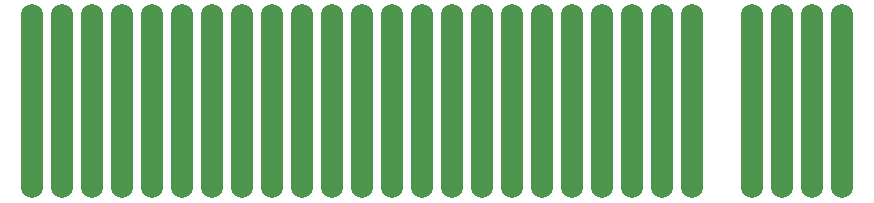
<source format=gbs>
G04 #@! TF.FileFunction,Soldermask,Bot*
%FSLAX46Y46*%
G04 Gerber Fmt 4.6, Leading zero omitted, Abs format (unit mm)*
G04 Created by KiCad (PCBNEW 4.0.5) date 09/24/17 10:25:20*
%MOMM*%
%LPD*%
G01*
G04 APERTURE LIST*
%ADD10C,0.100000*%
%ADD11O,1.900000X16.400000*%
G04 APERTURE END LIST*
D10*
D11*
X114460000Y-96250000D03*
X117000000Y-96250000D03*
X119540000Y-96250000D03*
X122080000Y-96250000D03*
X127160000Y-96250000D03*
X129700000Y-96250000D03*
X132240000Y-96250000D03*
X134780000Y-96250000D03*
X137320000Y-96250000D03*
X139860000Y-96250000D03*
X142400000Y-96250000D03*
X144940000Y-96250000D03*
X147480000Y-96250000D03*
X150020000Y-96250000D03*
X152560000Y-96250000D03*
X155100000Y-96250000D03*
X157640000Y-96250000D03*
X160180000Y-96250000D03*
X162720000Y-96250000D03*
X165260000Y-96250000D03*
X167800000Y-96250000D03*
X170340000Y-96250000D03*
X124620000Y-96250000D03*
X175420000Y-96250000D03*
X177960000Y-96250000D03*
X180500000Y-96250000D03*
X183040000Y-96250000D03*
M02*

</source>
